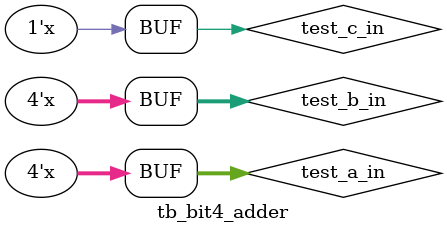
<source format=v>
`timescale 1ns / 1ps


module tb_bit4_adder(

    );
    reg [3:0] test_a_in, test_b_in;
    reg test_c_in;
    wire [3:0] test_sum_out;
    wire test_c_out;
    
    
    initial
    begin
    test_a_in = 4'b0000;
    test_b_in = 4'b0000;
    test_c_in = 1'b0;
    end
    
    bit4_adder tb1 (
    .a_in(test_a_in),
    .b_in(test_b_in),
    .c_in(test_c_in),
    .sum_out(test_sum_out),
    .c_out(test_c_out)
    );
    
    always #5 test_a_in = test_a_in + 4'b0001;
    always #80 test_b_in = test_b_in + 4'b0001;
    always #500 test_c_in = ~test_c_in;
    
endmodule

</source>
